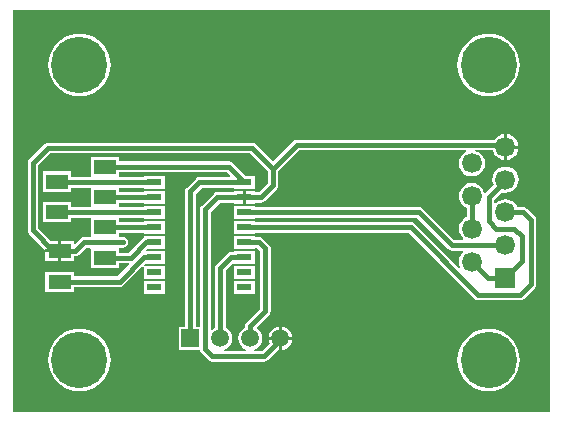
<source format=gtl>
%FSLAX24Y24*%
%MOIN*%
G70*
G01*
G75*
G04 Layer_Physical_Order=1*
G04 Layer_Color=255*
%ADD10R,0.0748X0.0472*%
%ADD11R,0.0500X0.0217*%
%ADD12C,0.0150*%
%ADD13C,0.0100*%
%ADD14C,0.1874*%
%ADD15R,0.0665X0.0665*%
%ADD16C,0.0665*%
%ADD17R,0.0591X0.0591*%
%ADD18C,0.0591*%
G36*
X67050Y21900D02*
X49150D01*
Y35300D01*
X67050D01*
Y21900D01*
D02*
G37*
%LPC*%
G36*
X58100Y24742D02*
Y24400D01*
X58442D01*
X58435Y24453D01*
X58395Y24549D01*
X58332Y24632D01*
X58249Y24695D01*
X58153Y24735D01*
X58100Y24742D01*
D02*
G37*
G36*
X54200Y26258D02*
X53500D01*
Y25842D01*
X54200D01*
Y26258D01*
D02*
G37*
G36*
X57200D02*
X56500D01*
Y25842D01*
X57200D01*
Y26258D01*
D02*
G37*
G36*
X58000Y24742D02*
X57947Y24735D01*
X57851Y24695D01*
X57768Y24632D01*
X57705Y24549D01*
X57665Y24453D01*
X57658Y24400D01*
X58000D01*
Y24742D01*
D02*
G37*
G36*
X51350Y24671D02*
X51187Y24658D01*
X51029Y24620D01*
X50878Y24558D01*
X50739Y24472D01*
X50614Y24366D01*
X50508Y24242D01*
X50423Y24103D01*
X50361Y23952D01*
X50323Y23793D01*
X50310Y23631D01*
X50323Y23468D01*
X50361Y23309D01*
X50423Y23158D01*
X50508Y23019D01*
X50614Y22895D01*
X50739Y22789D01*
X50878Y22704D01*
X51029Y22641D01*
X51187Y22603D01*
X51350Y22590D01*
X51513Y22603D01*
X51671Y22641D01*
X51822Y22704D01*
X51961Y22789D01*
X52086Y22895D01*
X52192Y23019D01*
X52277Y23158D01*
X52339Y23309D01*
X52377Y23468D01*
X52390Y23631D01*
X52377Y23793D01*
X52339Y23952D01*
X52277Y24103D01*
X52192Y24242D01*
X52086Y24366D01*
X51961Y24472D01*
X51822Y24558D01*
X51671Y24620D01*
X51513Y24658D01*
X51350Y24671D01*
D02*
G37*
G36*
X64990D02*
X64827Y24658D01*
X64669Y24620D01*
X64518Y24558D01*
X64379Y24472D01*
X64255Y24366D01*
X64149Y24242D01*
X64063Y24103D01*
X64001Y23952D01*
X63963Y23793D01*
X63950Y23631D01*
X63963Y23468D01*
X64001Y23309D01*
X64063Y23158D01*
X64149Y23019D01*
X64255Y22895D01*
X64379Y22789D01*
X64518Y22704D01*
X64669Y22641D01*
X64827Y22603D01*
X64990Y22590D01*
X65153Y22603D01*
X65312Y22641D01*
X65462Y22704D01*
X65602Y22789D01*
X65726Y22895D01*
X65832Y23019D01*
X65917Y23158D01*
X65979Y23309D01*
X66018Y23468D01*
X66030Y23631D01*
X66018Y23793D01*
X65979Y23952D01*
X65917Y24103D01*
X65832Y24242D01*
X65726Y24366D01*
X65602Y24472D01*
X65462Y24558D01*
X65312Y24620D01*
X65153Y24658D01*
X64990Y24671D01*
D02*
G37*
G36*
X58442Y24300D02*
X58100D01*
Y23958D01*
X58153Y23965D01*
X58249Y24005D01*
X58332Y24068D01*
X58395Y24151D01*
X58435Y24247D01*
X58442Y24300D01*
D02*
G37*
G36*
X57200Y26758D02*
X56500D01*
Y26342D01*
X57200D01*
Y26758D01*
D02*
G37*
G36*
X65499Y31161D02*
X65436Y31153D01*
X65331Y31109D01*
X65241Y31040D01*
X65194Y30978D01*
X58600D01*
X58600Y30978D01*
X58532Y30965D01*
X58474Y30926D01*
X57825Y30277D01*
X57775D01*
X57226Y30826D01*
X57168Y30865D01*
X57100Y30878D01*
X50300D01*
X50300Y30878D01*
X50232Y30865D01*
X50203Y30846D01*
X50174Y30826D01*
X50174Y30826D01*
X49674Y30326D01*
X49635Y30268D01*
X49622Y30200D01*
Y27950D01*
X49635Y27882D01*
X49674Y27824D01*
X50215Y27282D01*
Y27315D01*
X50639D01*
Y27601D01*
X50401D01*
X49978Y28024D01*
Y30126D01*
X50374Y30522D01*
X57026D01*
X57622Y29926D01*
Y29524D01*
X57326Y29228D01*
X57200D01*
Y29258D01*
X56900D01*
Y29050D01*
Y28842D01*
X57200D01*
Y28872D01*
X57400D01*
X57468Y28885D01*
X57526Y28924D01*
X57926Y29324D01*
X57926Y29324D01*
X57965Y29382D01*
X57978Y29450D01*
Y29926D01*
X58674Y30622D01*
X64224D01*
X64234Y30573D01*
X64213Y30564D01*
X64123Y30494D01*
X64053Y30404D01*
X64010Y30299D01*
X63995Y30186D01*
X64010Y30073D01*
X64053Y29968D01*
X64123Y29877D01*
X64213Y29808D01*
X64318Y29764D01*
X64431Y29749D01*
X64544Y29764D01*
X64649Y29808D01*
X64740Y29877D01*
X64809Y29968D01*
X64853Y30073D01*
X64868Y30186D01*
X64853Y30299D01*
X64809Y30404D01*
X64740Y30494D01*
X64649Y30564D01*
X64544Y30607D01*
X64545Y30622D01*
X65127D01*
X65128Y30618D01*
X65171Y30513D01*
X65241Y30423D01*
X65331Y30353D01*
X65436Y30310D01*
X65499Y30301D01*
Y30731D01*
Y31161D01*
D02*
G37*
G36*
X65599D02*
Y30781D01*
X65979D01*
X65971Y30844D01*
X65927Y30949D01*
X65858Y31040D01*
X65767Y31109D01*
X65662Y31153D01*
X65599Y31161D01*
D02*
G37*
G36*
X64990Y34510D02*
X64827Y34497D01*
X64669Y34459D01*
X64518Y34396D01*
X64379Y34311D01*
X64255Y34205D01*
X64149Y34081D01*
X64063Y33942D01*
X64001Y33791D01*
X63963Y33632D01*
X63950Y33469D01*
X63963Y33307D01*
X64001Y33148D01*
X64063Y32997D01*
X64149Y32858D01*
X64255Y32734D01*
X64379Y32628D01*
X64518Y32542D01*
X64669Y32480D01*
X64827Y32442D01*
X64990Y32429D01*
X65153Y32442D01*
X65312Y32480D01*
X65462Y32542D01*
X65602Y32628D01*
X65726Y32734D01*
X65832Y32858D01*
X65917Y32997D01*
X65979Y33148D01*
X66018Y33307D01*
X66030Y33469D01*
X66018Y33632D01*
X65979Y33791D01*
X65917Y33942D01*
X65832Y34081D01*
X65726Y34205D01*
X65602Y34311D01*
X65462Y34396D01*
X65312Y34459D01*
X65153Y34497D01*
X64990Y34510D01*
D02*
G37*
G36*
X51350D02*
X51187Y34497D01*
X51029Y34459D01*
X50878Y34396D01*
X50739Y34311D01*
X50614Y34205D01*
X50508Y34081D01*
X50423Y33942D01*
X50361Y33791D01*
X50323Y33632D01*
X50310Y33469D01*
X50323Y33307D01*
X50361Y33148D01*
X50423Y32997D01*
X50508Y32858D01*
X50614Y32734D01*
X50739Y32628D01*
X50878Y32542D01*
X51029Y32480D01*
X51187Y32442D01*
X51350Y32429D01*
X51513Y32442D01*
X51671Y32480D01*
X51822Y32542D01*
X51961Y32628D01*
X52086Y32734D01*
X52192Y32858D01*
X52277Y32997D01*
X52339Y33148D01*
X52377Y33307D01*
X52390Y33469D01*
X52377Y33632D01*
X52339Y33791D01*
X52277Y33942D01*
X52192Y34081D01*
X52086Y34205D01*
X51961Y34311D01*
X51822Y34396D01*
X51671Y34459D01*
X51513Y34497D01*
X51350Y34510D01*
D02*
G37*
G36*
X65549Y30077D02*
X65436Y30062D01*
X65331Y30018D01*
X65241Y29949D01*
X65171Y29859D01*
X65128Y29753D01*
X65113Y29641D01*
X65128Y29528D01*
X65156Y29459D01*
X64914Y29216D01*
X64864Y29210D01*
X64851Y29212D01*
X64809Y29313D01*
X64740Y29404D01*
X64649Y29473D01*
X64544Y29517D01*
X64431Y29532D01*
X64318Y29517D01*
X64213Y29473D01*
X64123Y29404D01*
X64053Y29313D01*
X64010Y29208D01*
X63995Y29095D01*
X64010Y28982D01*
X64053Y28877D01*
X64123Y28787D01*
X64213Y28717D01*
X64253Y28701D01*
Y28399D01*
X64213Y28383D01*
X64123Y28313D01*
X64053Y28223D01*
X64010Y28118D01*
X63995Y28005D01*
X64010Y27892D01*
X64053Y27787D01*
X64123Y27696D01*
X64137Y27685D01*
X64121Y27638D01*
X63833D01*
X62795Y28676D01*
X62737Y28715D01*
X62669Y28728D01*
X57200D01*
Y28758D01*
X56500D01*
Y28342D01*
X57200D01*
Y28372D01*
X62595D01*
X63633Y27333D01*
X63633Y27333D01*
X63691Y27295D01*
X63759Y27281D01*
X64121D01*
X64137Y27234D01*
X64123Y27223D01*
X64053Y27132D01*
X64010Y27027D01*
X63995Y26914D01*
X64010Y26801D01*
X64037Y26734D01*
X63996Y26707D01*
X62526Y28176D01*
X62468Y28215D01*
X62400Y28228D01*
X57200D01*
Y28258D01*
X56500D01*
Y27842D01*
X57200D01*
Y27872D01*
X62326D01*
X64524Y25674D01*
X64524Y25674D01*
X64582Y25635D01*
X64650Y25622D01*
X64650Y25622D01*
X66050D01*
X66118Y25635D01*
X66176Y25674D01*
X66526Y26024D01*
X66526Y26024D01*
X66546Y26053D01*
X66565Y26082D01*
X66578Y26150D01*
X66578Y26150D01*
Y28300D01*
X66578Y28300D01*
X66565Y28368D01*
X66526Y28426D01*
X66276Y28676D01*
X66218Y28715D01*
X66150Y28728D01*
X65944D01*
X65927Y28768D01*
X65858Y28859D01*
X65767Y28928D01*
X65662Y28972D01*
X65549Y28986D01*
X65436Y28972D01*
X65331Y28928D01*
X65241Y28859D01*
X65226Y28839D01*
X65178Y28855D01*
Y28976D01*
X65426Y29223D01*
X65436Y29219D01*
X65549Y29204D01*
X65662Y29219D01*
X65767Y29263D01*
X65858Y29332D01*
X65927Y29422D01*
X65971Y29528D01*
X65986Y29641D01*
X65971Y29753D01*
X65927Y29859D01*
X65858Y29949D01*
X65767Y30018D01*
X65662Y30062D01*
X65549Y30077D01*
D02*
G37*
G36*
X50639Y27215D02*
X50215D01*
Y26929D01*
X50639D01*
Y27215D01*
D02*
G37*
G36*
X65979Y30681D02*
X65599D01*
Y30301D01*
X65662Y30310D01*
X65767Y30353D01*
X65858Y30423D01*
X65927Y30513D01*
X65971Y30618D01*
X65979Y30681D01*
D02*
G37*
G36*
X52685Y30409D02*
X51737D01*
Y29737D01*
D01*
Y29737D01*
X51728Y29728D01*
X51085D01*
Y29917D01*
X50137D01*
Y29244D01*
X51085D01*
Y29372D01*
X51737D01*
Y28736D01*
X51085D01*
Y28893D01*
X50137D01*
Y28221D01*
X51085D01*
Y28379D01*
X51737D01*
Y27728D01*
X51500D01*
X51432Y27715D01*
X51374Y27676D01*
X51374Y27676D01*
X51210Y27512D01*
X51163Y27531D01*
Y27601D01*
X50739D01*
Y27265D01*
Y26929D01*
X51163D01*
Y27087D01*
X51215D01*
X51283Y27100D01*
X51341Y27139D01*
X51574Y27372D01*
X51701D01*
X51737Y27336D01*
Y26699D01*
X52685D01*
Y26857D01*
X52989D01*
X53008Y26810D01*
X52617Y26420D01*
X51163D01*
Y26578D01*
X50215D01*
Y25905D01*
X51163D01*
Y26063D01*
X52691D01*
X52760Y26076D01*
X52818Y26115D01*
X53454Y26751D01*
X53484Y26739D01*
D01*
X53500Y26732D01*
Y26342D01*
X54200D01*
Y26758D01*
X53526D01*
X53519Y26774D01*
X53519Y26774D01*
X53507Y26804D01*
X53544Y26842D01*
X54200D01*
Y27258D01*
X53602D01*
X53583Y27304D01*
X53620Y27342D01*
X54200D01*
Y27758D01*
X53500D01*
Y27710D01*
X53450Y27676D01*
X53450Y27676D01*
X52987Y27213D01*
X52685D01*
Y27336D01*
X52685Y27336D01*
D01*
D01*
D01*
D01*
D01*
D01*
D01*
D01*
X52685Y27371D01*
X52685Y27372D01*
X52800D01*
X52868Y27385D01*
X52926Y27424D01*
X52965Y27482D01*
X52978Y27550D01*
X52965Y27618D01*
X52926Y27676D01*
X52868Y27715D01*
X52800Y27728D01*
X52685D01*
Y27880D01*
X53500D01*
Y27842D01*
X54200D01*
Y28258D01*
X53500D01*
Y28237D01*
X52685D01*
Y28379D01*
X53500D01*
Y28342D01*
X54200D01*
Y28758D01*
X53500D01*
Y28736D01*
X52685D01*
Y28872D01*
X53500D01*
Y28842D01*
X54200D01*
Y29258D01*
X53500D01*
Y29228D01*
X52685D01*
Y29372D01*
X53500D01*
Y29342D01*
X54200D01*
Y29758D01*
X53500D01*
Y29728D01*
X52685D01*
Y29737D01*
X52685D01*
Y29894D01*
X56253D01*
X56373Y29775D01*
X56354Y29728D01*
X55350D01*
X55282Y29715D01*
X55224Y29676D01*
X54924Y29376D01*
X54885Y29318D01*
X54872Y29250D01*
Y24745D01*
X54655D01*
Y23955D01*
X55377D01*
X55385Y23914D01*
X55424Y23856D01*
X55656Y23624D01*
X55714Y23585D01*
X55782Y23572D01*
X55782Y23572D01*
X57500D01*
X57568Y23585D01*
X57626Y23624D01*
X57965Y23963D01*
X58000Y23958D01*
Y24300D01*
X57658D01*
X57665Y24247D01*
X57688Y24191D01*
X57426Y23928D01*
X57193D01*
X57184Y23977D01*
X57249Y24005D01*
X57332Y24068D01*
X57395Y24151D01*
X57435Y24247D01*
X57449Y24350D01*
X57435Y24453D01*
X57395Y24549D01*
X57332Y24632D01*
X57249Y24695D01*
X57249Y24697D01*
X57676Y25124D01*
X57676Y25124D01*
X57696Y25153D01*
X57715Y25182D01*
X57728Y25250D01*
X57728Y25250D01*
Y27350D01*
X57728Y27350D01*
X57715Y27418D01*
X57696Y27447D01*
X57676Y27476D01*
X57676Y27476D01*
X57476Y27676D01*
X57418Y27715D01*
X57350Y27728D01*
X57200D01*
Y27758D01*
X56500D01*
Y27342D01*
X57200D01*
Y27372D01*
X57276D01*
X57372Y27276D01*
Y25324D01*
X56924Y24876D01*
X56885Y24818D01*
X56872Y24750D01*
Y24704D01*
X56851Y24695D01*
X56768Y24632D01*
X56705Y24549D01*
X56665Y24453D01*
X56651Y24350D01*
X56665Y24247D01*
X56705Y24151D01*
X56768Y24068D01*
X56851Y24005D01*
X56916Y23977D01*
X56907Y23928D01*
X56193D01*
X56184Y23977D01*
X56249Y24005D01*
X56332Y24068D01*
X56395Y24151D01*
X56435Y24247D01*
X56449Y24350D01*
X56435Y24453D01*
X56395Y24549D01*
X56332Y24632D01*
X56249Y24695D01*
X56228Y24704D01*
Y26626D01*
X56444Y26842D01*
X56500Y26842D01*
Y26842D01*
Y26842D01*
X56500D01*
Y26842D01*
D01*
X57200D01*
Y27258D01*
X56500D01*
Y27228D01*
X56400D01*
X56400Y27228D01*
X56332Y27215D01*
X56303Y27196D01*
X56274Y27176D01*
X56274Y27176D01*
X55924Y26826D01*
X55885Y26768D01*
X55872Y26700D01*
Y24704D01*
X55851Y24695D01*
X55773Y24636D01*
X55728Y24658D01*
Y28576D01*
X56024Y28872D01*
X56500D01*
Y28842D01*
X56800D01*
Y29050D01*
Y29258D01*
X56500D01*
Y29228D01*
X55950D01*
X55882Y29215D01*
X55824Y29176D01*
X55824Y29176D01*
X55424Y28776D01*
X55385Y28718D01*
X55372Y28650D01*
Y24745D01*
X55228D01*
Y29176D01*
X55424Y29372D01*
X56500D01*
Y29342D01*
X57200D01*
Y29758D01*
X56894D01*
X56453Y30199D01*
X56395Y30238D01*
X56327Y30251D01*
X52685D01*
Y30409D01*
D02*
G37*
%LPD*%
D10*
X50689Y26241D02*
D03*
Y27265D02*
D03*
X50611Y28557D02*
D03*
Y29581D02*
D03*
X52211Y27035D02*
D03*
Y28059D02*
D03*
Y29049D02*
D03*
Y30073D02*
D03*
D11*
X53850Y26050D02*
D03*
Y26550D02*
D03*
Y27050D02*
D03*
Y27550D02*
D03*
Y28050D02*
D03*
Y28550D02*
D03*
Y29050D02*
D03*
Y29550D02*
D03*
X56850Y26550D02*
D03*
Y26050D02*
D03*
Y27050D02*
D03*
Y27550D02*
D03*
Y28050D02*
D03*
Y28550D02*
D03*
Y29050D02*
D03*
Y29550D02*
D03*
D12*
X49800Y27950D02*
Y30200D01*
X50300Y30700D01*
X57100D01*
X57800Y30000D01*
X58600Y30800D01*
X65480D01*
X65549Y30731D01*
Y29641D02*
Y29599D01*
X65000Y29050D01*
Y28250D01*
X65250Y28000D01*
X65850D01*
X66100Y27750D01*
Y26920D01*
X65549Y26369D01*
X64976D01*
X64431Y26914D01*
X65549Y27459D02*
X63759D01*
X62669Y28550D01*
X56850D01*
Y28050D02*
X62400D01*
X64650Y25800D01*
X66050D01*
X66400Y26150D01*
Y28300D01*
X66150Y28550D01*
X65549D01*
X64431Y29095D02*
Y28005D01*
X58050Y24300D02*
X57500Y23750D01*
X55782D01*
X55550Y23982D01*
Y28650D01*
X55950Y29050D01*
X57400D01*
X57800Y29450D01*
Y30000D01*
X56327Y30073D02*
X56850Y29550D01*
X55350D01*
X55050Y29250D01*
Y24350D01*
X56050D02*
Y26700D01*
X56400Y27050D01*
X56850D01*
Y27550D02*
X57350D01*
X57550Y27350D01*
Y25250D01*
X57050Y24750D01*
Y24350D01*
X53841Y28059D02*
X52211D01*
Y27035D02*
X53061D01*
X53576Y27550D01*
X53850D01*
Y27050D02*
X53500D01*
X52691Y26241D01*
X50689D01*
X51215Y27265D02*
X51500Y27550D01*
X52800D01*
X53843Y28557D02*
X50611D01*
X50485Y27265D02*
X51215D01*
X50485D02*
X49800Y27950D01*
X50611Y29581D02*
X50641Y29550D01*
X53850D01*
Y29050D02*
X52211D01*
X52211Y30073D02*
X56327D01*
D13*
X58050Y24300D02*
Y24350D01*
D14*
X51350Y23631D02*
D03*
Y33469D02*
D03*
X64990Y23631D02*
D03*
Y33469D02*
D03*
D15*
X65549Y26369D02*
D03*
D16*
X64431Y26914D02*
D03*
X65549Y27459D02*
D03*
Y28550D02*
D03*
Y29641D02*
D03*
Y30731D02*
D03*
X64431Y30186D02*
D03*
Y29095D02*
D03*
Y28005D02*
D03*
D17*
X55050Y24350D02*
D03*
D18*
X56050Y24350D02*
D03*
X57050D02*
D03*
X58050D02*
D03*
M02*

</source>
